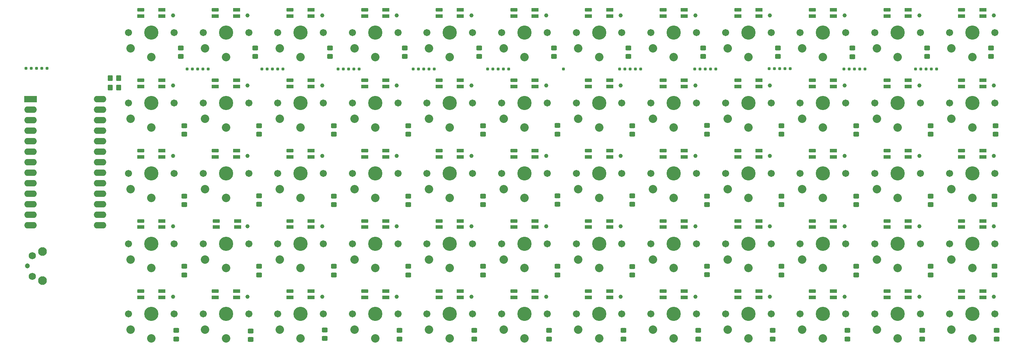
<source format=gbr>
%TF.GenerationSoftware,KiCad,Pcbnew,(6.0.1)*%
%TF.CreationDate,2022-01-22T18:41:09-05:00*%
%TF.ProjectId,ortho,6f727468-6f2e-46b6-9963-61645f706362,rev?*%
%TF.SameCoordinates,Original*%
%TF.FileFunction,Soldermask,Bot*%
%TF.FilePolarity,Negative*%
%FSLAX46Y46*%
G04 Gerber Fmt 4.6, Leading zero omitted, Abs format (unit mm)*
G04 Created by KiCad (PCBNEW (6.0.1)) date 2022-01-22 18:41:09*
%MOMM*%
%LPD*%
G01*
G04 APERTURE LIST*
G04 Aperture macros list*
%AMRoundRect*
0 Rectangle with rounded corners*
0 $1 Rounding radius*
0 $2 $3 $4 $5 $6 $7 $8 $9 X,Y pos of 4 corners*
0 Add a 4 corners polygon primitive as box body*
4,1,4,$2,$3,$4,$5,$6,$7,$8,$9,$2,$3,0*
0 Add four circle primitives for the rounded corners*
1,1,$1+$1,$2,$3*
1,1,$1+$1,$4,$5*
1,1,$1+$1,$6,$7*
1,1,$1+$1,$8,$9*
0 Add four rect primitives between the rounded corners*
20,1,$1+$1,$2,$3,$4,$5,0*
20,1,$1+$1,$4,$5,$6,$7,0*
20,1,$1+$1,$6,$7,$8,$9,0*
20,1,$1+$1,$8,$9,$2,$3,0*%
G04 Aperture macros list end*
%ADD10C,0.787400*%
%ADD11C,0.990600*%
%ADD12C,1.701800*%
%ADD13C,3.429000*%
%ADD14C,2.032000*%
%ADD15C,1.200000*%
%ADD16C,2.100000*%
%ADD17C,1.750000*%
%ADD18R,3.048000X1.524000*%
%ADD19O,3.048000X1.524000*%
%ADD20R,1.700000X0.820000*%
%ADD21RoundRect,0.205000X0.645000X0.205000X-0.645000X0.205000X-0.645000X-0.205000X0.645000X-0.205000X0*%
%ADD22RoundRect,0.250000X0.450000X-0.325000X0.450000X0.325000X-0.450000X0.325000X-0.450000X-0.325000X0*%
%ADD23RoundRect,0.250000X0.350000X0.450000X-0.350000X0.450000X-0.350000X-0.450000X0.350000X-0.450000X0*%
G04 APERTURE END LIST*
D10*
%TO.C,REF\u002A\u002A*%
X233580000Y-51246000D03*
X234850000Y-51246000D03*
X234850000Y-51246000D03*
X237390000Y-51246000D03*
X236120000Y-51246000D03*
X232310000Y-51246000D03*
%TD*%
D11*
%TO.C,SW25*%
X53220000Y-72300000D03*
D12*
X42500000Y-76500000D03*
X53500000Y-76500000D03*
D13*
X48000000Y-76500000D03*
D14*
X48000000Y-82400000D03*
X43000000Y-80300000D03*
%TD*%
D12*
%TO.C,SW4*%
X107500000Y-42500000D03*
D13*
X102000000Y-42500000D03*
D11*
X107220000Y-38300000D03*
D12*
X96500000Y-42500000D03*
D14*
X102000000Y-48400000D03*
X97000000Y-46300000D03*
%TD*%
D12*
%TO.C,SW23*%
X233500000Y-59500000D03*
D13*
X228000000Y-59500000D03*
D11*
X233220000Y-55300000D03*
D12*
X222500000Y-59500000D03*
D14*
X228000000Y-65400000D03*
X223000000Y-63300000D03*
%TD*%
D12*
%TO.C,SW41*%
X125500000Y-93500000D03*
D11*
X125220000Y-89300000D03*
D12*
X114500000Y-93500000D03*
D13*
X120000000Y-93500000D03*
D14*
X120000000Y-99400000D03*
X115000000Y-97300000D03*
%TD*%
D11*
%TO.C,SW11*%
X233220000Y-38300000D03*
D12*
X233500000Y-42500000D03*
D13*
X228000000Y-42500000D03*
D12*
X222500000Y-42500000D03*
D14*
X228000000Y-48400000D03*
X223000000Y-46300000D03*
%TD*%
D12*
%TO.C,SW21*%
X186500000Y-59500000D03*
D13*
X192000000Y-59500000D03*
D12*
X197500000Y-59500000D03*
D11*
X197220000Y-55300000D03*
D14*
X192000000Y-65400000D03*
X187000000Y-63300000D03*
%TD*%
D11*
%TO.C,SW56*%
X179220000Y-106300000D03*
D12*
X179500000Y-110500000D03*
X168500000Y-110500000D03*
D13*
X174000000Y-110500000D03*
D14*
X174000000Y-116400000D03*
X169000000Y-114300000D03*
%TD*%
D10*
%TO.C,REF\u002A\u002A*%
X147400000Y-51296000D03*
%TD*%
D11*
%TO.C,SW32*%
X179220000Y-72300000D03*
D12*
X168500000Y-76500000D03*
D13*
X174000000Y-76500000D03*
D12*
X179500000Y-76500000D03*
D14*
X174000000Y-82400000D03*
X169000000Y-80300000D03*
%TD*%
D10*
%TO.C,REF\u002A\u002A*%
X60470000Y-51250000D03*
X59200000Y-51250000D03*
X61740000Y-51250000D03*
X56660000Y-51250000D03*
X57930000Y-51250000D03*
%TD*%
D12*
%TO.C,SW10*%
X215500000Y-42500000D03*
D11*
X215220000Y-38300000D03*
D13*
X210000000Y-42500000D03*
D12*
X204500000Y-42500000D03*
D14*
X210000000Y-48400000D03*
X205000000Y-46300000D03*
%TD*%
D12*
%TO.C,SW51*%
X78500000Y-110500000D03*
D11*
X89220000Y-106300000D03*
D13*
X84000000Y-110500000D03*
D12*
X89500000Y-110500000D03*
D14*
X84000000Y-116400000D03*
X79000000Y-114300000D03*
%TD*%
D10*
%TO.C,REF\u002A\u002A*%
X184160000Y-51250000D03*
X179080000Y-51250000D03*
X182890000Y-51250000D03*
X181620000Y-51250000D03*
X180350000Y-51250000D03*
%TD*%
D12*
%TO.C,SW33*%
X186500000Y-76500000D03*
X197500000Y-76500000D03*
D13*
X192000000Y-76500000D03*
D11*
X197220000Y-72300000D03*
D14*
X192000000Y-82400000D03*
X187000000Y-80300000D03*
%TD*%
D11*
%TO.C,SW59*%
X233220000Y-106300000D03*
D12*
X233500000Y-110500000D03*
X222500000Y-110500000D03*
D13*
X228000000Y-110500000D03*
D14*
X228000000Y-116400000D03*
X223000000Y-114300000D03*
%TD*%
D12*
%TO.C,SW14*%
X60500000Y-59500000D03*
D11*
X71220000Y-55300000D03*
D12*
X71500000Y-59500000D03*
D13*
X66000000Y-59500000D03*
D14*
X66000000Y-65400000D03*
X61000000Y-63300000D03*
%TD*%
D12*
%TO.C,SW44*%
X168500000Y-93500000D03*
D11*
X179220000Y-89300000D03*
D12*
X179500000Y-93500000D03*
D13*
X174000000Y-93500000D03*
D14*
X174000000Y-99400000D03*
X169000000Y-97300000D03*
%TD*%
D12*
%TO.C,SW47*%
X233500000Y-93500000D03*
X222500000Y-93500000D03*
D13*
X228000000Y-93500000D03*
D11*
X233220000Y-89300000D03*
D14*
X228000000Y-99400000D03*
X223000000Y-97300000D03*
%TD*%
D12*
%TO.C,SW42*%
X132500000Y-93500000D03*
X143500000Y-93500000D03*
D13*
X138000000Y-93500000D03*
D11*
X143220000Y-89300000D03*
D14*
X138000000Y-99400000D03*
X133000000Y-97300000D03*
%TD*%
D13*
%TO.C,SW6*%
X138000000Y-42500000D03*
D12*
X132500000Y-42500000D03*
X143500000Y-42500000D03*
D11*
X143220000Y-38300000D03*
D14*
X138000000Y-48400000D03*
X133000000Y-46300000D03*
%TD*%
D12*
%TO.C,SW29*%
X125500000Y-76500000D03*
X114500000Y-76500000D03*
D11*
X125220000Y-72300000D03*
D13*
X120000000Y-76500000D03*
D14*
X120000000Y-82400000D03*
X115000000Y-80300000D03*
%TD*%
D10*
%TO.C,REF\u002A\u002A*%
X215060000Y-51246000D03*
X218870000Y-51246000D03*
X217600000Y-51246000D03*
X216330000Y-51246000D03*
X217600000Y-51246000D03*
X220140000Y-51246000D03*
%TD*%
D11*
%TO.C,SW26*%
X71220000Y-72300000D03*
D13*
X66000000Y-76500000D03*
D12*
X71500000Y-76500000D03*
X60500000Y-76500000D03*
D14*
X66000000Y-82400000D03*
X61000000Y-80300000D03*
%TD*%
D12*
%TO.C,SW9*%
X186500000Y-42500000D03*
X197500000Y-42500000D03*
D13*
X192000000Y-42500000D03*
D11*
X197220000Y-38300000D03*
D14*
X192000000Y-48400000D03*
X187000000Y-46300000D03*
%TD*%
D12*
%TO.C,SW15*%
X78500000Y-59500000D03*
D13*
X84000000Y-59500000D03*
D12*
X89500000Y-59500000D03*
D11*
X89220000Y-55300000D03*
D14*
X84000000Y-65400000D03*
X79000000Y-63300000D03*
%TD*%
D12*
%TO.C,SW30*%
X143500000Y-76500000D03*
D11*
X143220000Y-72300000D03*
D12*
X132500000Y-76500000D03*
D13*
X138000000Y-76500000D03*
D14*
X138000000Y-82400000D03*
X133000000Y-80300000D03*
%TD*%
D13*
%TO.C,SW3*%
X84000000Y-42500000D03*
D12*
X78500000Y-42500000D03*
D11*
X89220000Y-38300000D03*
D12*
X89500000Y-42500000D03*
D14*
X84000000Y-48400000D03*
X79000000Y-46300000D03*
%TD*%
D13*
%TO.C,SW39*%
X84000000Y-93500000D03*
D12*
X78500000Y-93500000D03*
D11*
X89220000Y-89300000D03*
D12*
X89500000Y-93500000D03*
D14*
X84000000Y-99400000D03*
X79000000Y-97300000D03*
%TD*%
D13*
%TO.C,SW22*%
X210000000Y-59500000D03*
D12*
X204500000Y-59500000D03*
D11*
X215220000Y-55300000D03*
D12*
X215500000Y-59500000D03*
D14*
X210000000Y-65400000D03*
X205000000Y-63300000D03*
%TD*%
D11*
%TO.C,SW35*%
X233220000Y-72300000D03*
D13*
X228000000Y-76500000D03*
D12*
X233500000Y-76500000D03*
X222500000Y-76500000D03*
D14*
X228000000Y-82400000D03*
X223000000Y-80300000D03*
%TD*%
D12*
%TO.C,SW19*%
X150500000Y-59500000D03*
D11*
X161220000Y-55300000D03*
D12*
X161500000Y-59500000D03*
D13*
X156000000Y-59500000D03*
D14*
X156000000Y-65400000D03*
X151000000Y-63300000D03*
%TD*%
D10*
%TO.C,REF\u002A\u002A*%
X19090000Y-51100000D03*
X22900000Y-51100000D03*
X20360000Y-51100000D03*
X17820000Y-51100000D03*
X21630000Y-51100000D03*
%TD*%
D12*
%TO.C,SW43*%
X161500000Y-93500000D03*
D11*
X161220000Y-89300000D03*
D13*
X156000000Y-93500000D03*
D12*
X150500000Y-93500000D03*
D14*
X156000000Y-99400000D03*
X151000000Y-97300000D03*
%TD*%
D12*
%TO.C,SW7*%
X161500000Y-42500000D03*
X150500000Y-42500000D03*
D11*
X161220000Y-38300000D03*
D13*
X156000000Y-42500000D03*
D14*
X156000000Y-48400000D03*
X151000000Y-46300000D03*
%TD*%
D12*
%TO.C,SW13*%
X42500000Y-59500000D03*
D13*
X48000000Y-59500000D03*
D11*
X53220000Y-55300000D03*
D12*
X53500000Y-59500000D03*
D14*
X48000000Y-65400000D03*
X43000000Y-63300000D03*
%TD*%
D13*
%TO.C,SW37*%
X48000000Y-93500000D03*
D12*
X53500000Y-93500000D03*
D11*
X53220000Y-89300000D03*
D12*
X42500000Y-93500000D03*
D14*
X48000000Y-99400000D03*
X43000000Y-97300000D03*
%TD*%
D12*
%TO.C,SW57*%
X197500000Y-110500000D03*
X186500000Y-110500000D03*
D11*
X197220000Y-106300000D03*
D13*
X192000000Y-110500000D03*
D14*
X192000000Y-116400000D03*
X187000000Y-114300000D03*
%TD*%
D10*
%TO.C,REF\u002A\u002A*%
X199600000Y-51200000D03*
X197060000Y-51200000D03*
X198330000Y-51200000D03*
X200870000Y-51200000D03*
X199600000Y-51200000D03*
X202140000Y-51200000D03*
%TD*%
%TO.C,REF\u002A\u002A*%
X111180000Y-51244850D03*
X112450000Y-51244850D03*
X114990000Y-51244850D03*
X116260000Y-51244850D03*
X113720000Y-51244850D03*
%TD*%
D12*
%TO.C,SW55*%
X150500000Y-110500000D03*
D11*
X161220000Y-106300000D03*
D13*
X156000000Y-110500000D03*
D12*
X161500000Y-110500000D03*
D14*
X156000000Y-116400000D03*
X151000000Y-114300000D03*
%TD*%
D12*
%TO.C,SW40*%
X107500000Y-93500000D03*
X96500000Y-93500000D03*
D11*
X107220000Y-89300000D03*
D13*
X102000000Y-93500000D03*
D14*
X102000000Y-99400000D03*
X97000000Y-97300000D03*
%TD*%
D10*
%TO.C,REF\u002A\u002A*%
X79790000Y-51244850D03*
X78520000Y-51244850D03*
X77250000Y-51244850D03*
X75980000Y-51244850D03*
X74710000Y-51244850D03*
%TD*%
D12*
%TO.C,SW5*%
X114500000Y-42500000D03*
D13*
X120000000Y-42500000D03*
D11*
X125220000Y-38300000D03*
D12*
X125500000Y-42500000D03*
D14*
X120000000Y-48400000D03*
X115000000Y-46300000D03*
%TD*%
D13*
%TO.C,SW18*%
X138000000Y-59500000D03*
D11*
X143220000Y-55300000D03*
D12*
X132500000Y-59500000D03*
X143500000Y-59500000D03*
D14*
X138000000Y-65400000D03*
X133000000Y-63300000D03*
%TD*%
D12*
%TO.C,SW28*%
X96500000Y-76500000D03*
X107500000Y-76500000D03*
D13*
X102000000Y-76500000D03*
D11*
X107220000Y-72300000D03*
D14*
X102000000Y-82400000D03*
X97000000Y-80300000D03*
%TD*%
D10*
%TO.C,REF\u002A\u002A*%
X164790000Y-51250000D03*
X163520000Y-51250000D03*
X166060000Y-51250000D03*
X160980000Y-51250000D03*
X162250000Y-51250000D03*
%TD*%
D13*
%TO.C,SW54*%
X138000000Y-110500000D03*
D11*
X143220000Y-106300000D03*
D12*
X132500000Y-110500000D03*
X143500000Y-110500000D03*
D14*
X138000000Y-116400000D03*
X133000000Y-114300000D03*
%TD*%
D13*
%TO.C,SW34*%
X210000000Y-76500000D03*
D12*
X204500000Y-76500000D03*
X215500000Y-76500000D03*
D11*
X215220000Y-72300000D03*
D14*
X210000000Y-82400000D03*
X205000000Y-80300000D03*
%TD*%
D12*
%TO.C,SW46*%
X215500000Y-93500000D03*
D11*
X215220000Y-89300000D03*
D13*
X210000000Y-93500000D03*
D12*
X204500000Y-93500000D03*
D14*
X210000000Y-99400000D03*
X205000000Y-97300000D03*
%TD*%
D12*
%TO.C,SW8*%
X179500000Y-42500000D03*
D11*
X179220000Y-38300000D03*
D13*
X174000000Y-42500000D03*
D12*
X168500000Y-42500000D03*
D14*
X174000000Y-48400000D03*
X169000000Y-46300000D03*
%TD*%
D10*
%TO.C,REF\u002A\u002A*%
X96870000Y-51250000D03*
X94330000Y-51250000D03*
X98140000Y-51250000D03*
X95600000Y-51250000D03*
X93060000Y-51250000D03*
%TD*%
D13*
%TO.C,SW2*%
X66000000Y-42500000D03*
D12*
X60500000Y-42500000D03*
D11*
X71220000Y-38300000D03*
D12*
X71500000Y-42500000D03*
D14*
X66000000Y-48400000D03*
X61000000Y-46300000D03*
%TD*%
D12*
%TO.C,SW20*%
X179500000Y-59500000D03*
X168500000Y-59500000D03*
D11*
X179220000Y-55300000D03*
D13*
X174000000Y-59500000D03*
D14*
X174000000Y-65400000D03*
X169000000Y-63300000D03*
%TD*%
D12*
%TO.C,SW1*%
X53500000Y-42500000D03*
X42500000Y-42500000D03*
D11*
X53220000Y-38300000D03*
D13*
X48000000Y-42500000D03*
D14*
X48000000Y-48400000D03*
X43000000Y-46300000D03*
%TD*%
D12*
%TO.C,SW36*%
X240500000Y-76500000D03*
D11*
X251220000Y-72300000D03*
D12*
X251500000Y-76500000D03*
D13*
X246000000Y-76500000D03*
D14*
X246000000Y-82400000D03*
X241000000Y-80300000D03*
%TD*%
D12*
%TO.C,SW27*%
X89500000Y-76500000D03*
D13*
X84000000Y-76500000D03*
D11*
X89220000Y-72300000D03*
D12*
X78500000Y-76500000D03*
D14*
X84000000Y-82400000D03*
X79000000Y-80300000D03*
%TD*%
D13*
%TO.C,SW48*%
X246000000Y-93500000D03*
D12*
X251500000Y-93500000D03*
D11*
X251220000Y-89300000D03*
D12*
X240500000Y-93500000D03*
D14*
X246000000Y-99400000D03*
X241000000Y-97300000D03*
%TD*%
D11*
%TO.C,SW24*%
X251220000Y-55300000D03*
D12*
X251500000Y-59500000D03*
X240500000Y-59500000D03*
D13*
X246000000Y-59500000D03*
D14*
X246000000Y-65400000D03*
X241000000Y-63300000D03*
%TD*%
D11*
%TO.C,SW60*%
X251220000Y-106300000D03*
D12*
X240500000Y-110500000D03*
D13*
X246000000Y-110500000D03*
D12*
X251500000Y-110500000D03*
D14*
X246000000Y-116400000D03*
X241000000Y-114300000D03*
%TD*%
D11*
%TO.C,SW12*%
X251220000Y-38300000D03*
D13*
X246000000Y-42500000D03*
D12*
X240500000Y-42500000D03*
X251500000Y-42500000D03*
D14*
X246000000Y-48400000D03*
X241000000Y-46300000D03*
%TD*%
D15*
%TO.C,RST1*%
X18090000Y-98900000D03*
D16*
X21790000Y-102400000D03*
X21790000Y-95390000D03*
D17*
X19300000Y-101400000D03*
X19300000Y-96400000D03*
%TD*%
D12*
%TO.C,SW45*%
X197500000Y-93500000D03*
D13*
X192000000Y-93500000D03*
D12*
X186500000Y-93500000D03*
D11*
X197220000Y-89300000D03*
D14*
X192000000Y-99400000D03*
X187000000Y-97300000D03*
%TD*%
D12*
%TO.C,SW38*%
X71500000Y-93500000D03*
D11*
X71220000Y-89300000D03*
D13*
X66000000Y-93500000D03*
D12*
X60500000Y-93500000D03*
D14*
X66000000Y-99400000D03*
X61000000Y-97300000D03*
%TD*%
D13*
%TO.C,SW16*%
X102000000Y-59500000D03*
D12*
X107500000Y-59500000D03*
D11*
X107220000Y-55300000D03*
D12*
X96500000Y-59500000D03*
D14*
X102000000Y-65400000D03*
X97000000Y-63300000D03*
%TD*%
D12*
%TO.C,SW17*%
X114500000Y-59500000D03*
X125500000Y-59500000D03*
D11*
X125220000Y-55300000D03*
D13*
X120000000Y-59500000D03*
D14*
X120000000Y-65400000D03*
X115000000Y-63300000D03*
%TD*%
D13*
%TO.C,SW52*%
X102000000Y-110500000D03*
D11*
X107220000Y-106300000D03*
D12*
X96500000Y-110500000D03*
X107500000Y-110500000D03*
D14*
X102000000Y-116400000D03*
X97000000Y-114300000D03*
%TD*%
D10*
%TO.C,REF\u002A\u002A*%
X134190000Y-51250000D03*
X129110000Y-51250000D03*
X130380000Y-51250000D03*
X132920000Y-51250000D03*
X131650000Y-51250000D03*
%TD*%
D12*
%TO.C,SW53*%
X125500000Y-110500000D03*
D11*
X125220000Y-106300000D03*
D13*
X120000000Y-110500000D03*
D12*
X114500000Y-110500000D03*
D14*
X120000000Y-116400000D03*
X115000000Y-114300000D03*
%TD*%
D12*
%TO.C,SW58*%
X215500000Y-110500000D03*
D13*
X210000000Y-110500000D03*
D12*
X204500000Y-110500000D03*
D11*
X215220000Y-106300000D03*
D14*
X210000000Y-116400000D03*
X205000000Y-114300000D03*
%TD*%
D12*
%TO.C,SW49*%
X42500000Y-110500000D03*
D11*
X53220000Y-106300000D03*
D13*
X48000000Y-110500000D03*
D12*
X53500000Y-110500000D03*
D14*
X48000000Y-116400000D03*
X43000000Y-114300000D03*
%TD*%
D12*
%TO.C,SW31*%
X161500000Y-76500000D03*
X150500000Y-76500000D03*
D11*
X161220000Y-72300000D03*
D13*
X156000000Y-76500000D03*
D14*
X156000000Y-82400000D03*
X151000000Y-80300000D03*
%TD*%
D12*
%TO.C,SW50*%
X71500000Y-110500000D03*
D11*
X71220000Y-106300000D03*
D12*
X60500000Y-110500000D03*
D13*
X66000000Y-110500000D03*
D14*
X66000000Y-116400000D03*
X61000000Y-114300000D03*
%TD*%
D18*
%TO.C,U1*%
X18918000Y-58560000D03*
D19*
X18918000Y-61100000D03*
X18918000Y-63640000D03*
X18918000Y-66180000D03*
X18918000Y-68720000D03*
X18918000Y-71260000D03*
X18918000Y-73800000D03*
X18918000Y-76340000D03*
X18918000Y-78880000D03*
X18918000Y-81420000D03*
X18918000Y-83960000D03*
X18918000Y-86500000D03*
X18918000Y-89040000D03*
X35682000Y-89040000D03*
X35682000Y-86500000D03*
X35682000Y-83960000D03*
X35682000Y-81420000D03*
X35682000Y-78880000D03*
X35682000Y-76340000D03*
X35682000Y-73800000D03*
X35682000Y-71260000D03*
X35682000Y-68720000D03*
X35682000Y-66180000D03*
X35682000Y-63640000D03*
X35682000Y-61100000D03*
X35682000Y-58560000D03*
%TD*%
D20*
%TO.C,D83*%
X230550000Y-55500000D03*
X230550000Y-54000000D03*
D21*
X225450000Y-54000000D03*
D20*
X225450000Y-55500000D03*
%TD*%
D22*
%TO.C,D53*%
X125900000Y-116525000D03*
X125900000Y-114475000D03*
%TD*%
%TO.C,D38*%
X74000000Y-101025000D03*
X74000000Y-98975000D03*
%TD*%
D20*
%TO.C,D85*%
X50550000Y-72500000D03*
X50550000Y-71000000D03*
D21*
X45450000Y-71000000D03*
D20*
X45450000Y-72500000D03*
%TD*%
%TO.C,D108*%
X248550000Y-89500000D03*
X248550000Y-88000000D03*
D21*
X243450000Y-88000000D03*
D20*
X243450000Y-89500000D03*
%TD*%
%TO.C,D84*%
X248550000Y-55500000D03*
X248550000Y-54000000D03*
D21*
X243450000Y-54000000D03*
D20*
X243450000Y-55500000D03*
%TD*%
D22*
%TO.C,D46*%
X218000000Y-101025000D03*
X218000000Y-98975000D03*
%TD*%
D20*
%TO.C,D106*%
X212550000Y-89500000D03*
X212550000Y-88000000D03*
D21*
X207450000Y-88000000D03*
D20*
X207450000Y-89500000D03*
%TD*%
D22*
%TO.C,D9*%
X199100000Y-48260000D03*
X199100000Y-46210000D03*
%TD*%
D20*
%TO.C,D89*%
X122550000Y-72500000D03*
X122550000Y-71000000D03*
D21*
X117450000Y-71000000D03*
D20*
X117450000Y-72500000D03*
%TD*%
D22*
%TO.C,D6*%
X145100000Y-48260000D03*
X145100000Y-46210000D03*
%TD*%
D20*
%TO.C,D64*%
X104550000Y-38500000D03*
X104550000Y-37000000D03*
D21*
X99450000Y-37000000D03*
D20*
X99450000Y-38500000D03*
%TD*%
D22*
%TO.C,D23*%
X236000000Y-67025000D03*
X236000000Y-64975000D03*
%TD*%
D20*
%TO.C,D93*%
X194550000Y-72500000D03*
X194550000Y-71000000D03*
D21*
X189450000Y-71000000D03*
D20*
X189450000Y-72500000D03*
%TD*%
D22*
%TO.C,D15*%
X92000000Y-67025000D03*
X92000000Y-64975000D03*
%TD*%
%TO.C,D40*%
X110000000Y-101025000D03*
X110000000Y-98975000D03*
%TD*%
%TO.C,D43*%
X164000000Y-101050000D03*
X164000000Y-99000000D03*
%TD*%
%TO.C,D30*%
X146000000Y-84000000D03*
X146000000Y-81950000D03*
%TD*%
%TO.C,D29*%
X128000000Y-84025000D03*
X128000000Y-81975000D03*
%TD*%
D20*
%TO.C,D96*%
X248550000Y-72500000D03*
X248550000Y-71000000D03*
D21*
X243450000Y-71000000D03*
D20*
X243450000Y-72500000D03*
%TD*%
D22*
%TO.C,D54*%
X143900000Y-116525000D03*
X143900000Y-114475000D03*
%TD*%
D20*
%TO.C,D105*%
X194550000Y-89500000D03*
X194550000Y-88000000D03*
D21*
X189450000Y-88000000D03*
D20*
X189450000Y-89500000D03*
%TD*%
D22*
%TO.C,D52*%
X107900000Y-116525000D03*
X107900000Y-114475000D03*
%TD*%
D23*
%TO.C,R2*%
X40100000Y-53500000D03*
X38100000Y-53500000D03*
%TD*%
D20*
%TO.C,D101*%
X122550000Y-89500000D03*
X122550000Y-88000000D03*
D21*
X117450000Y-88000000D03*
D20*
X117450000Y-89500000D03*
%TD*%
D22*
%TO.C,D48*%
X251400000Y-101025000D03*
X251400000Y-98975000D03*
%TD*%
%TO.C,D47*%
X236000000Y-101025000D03*
X236000000Y-98975000D03*
%TD*%
%TO.C,D49*%
X54000000Y-116525000D03*
X54000000Y-114475000D03*
%TD*%
%TO.C,D13*%
X56000000Y-67025000D03*
X56000000Y-64975000D03*
%TD*%
D20*
%TO.C,D102*%
X140550000Y-89500000D03*
X140550000Y-88000000D03*
D21*
X135450000Y-88000000D03*
D20*
X135450000Y-89500000D03*
%TD*%
%TO.C,D63*%
X86550000Y-38500000D03*
X86550000Y-37000000D03*
D21*
X81450000Y-37000000D03*
D20*
X81450000Y-38500000D03*
%TD*%
D22*
%TO.C,D31*%
X164000000Y-84000000D03*
X164000000Y-81950000D03*
%TD*%
%TO.C,D56*%
X179900000Y-116525000D03*
X179900000Y-114475000D03*
%TD*%
D20*
%TO.C,D118*%
X212550000Y-106500000D03*
X212550000Y-105000000D03*
D21*
X207450000Y-105000000D03*
D20*
X207450000Y-106500000D03*
%TD*%
%TO.C,D120*%
X248550000Y-106500000D03*
X248550000Y-105000000D03*
D21*
X243450000Y-105000000D03*
D20*
X243450000Y-106500000D03*
%TD*%
D22*
%TO.C,D1*%
X55100000Y-48260000D03*
X55100000Y-46210000D03*
%TD*%
D20*
%TO.C,D119*%
X230550000Y-106500000D03*
X230550000Y-105000000D03*
D21*
X225450000Y-105000000D03*
D20*
X225450000Y-106500000D03*
%TD*%
%TO.C,D71*%
X230550000Y-38500000D03*
X230550000Y-37000000D03*
D21*
X225450000Y-37000000D03*
D20*
X225450000Y-38500000D03*
%TD*%
%TO.C,D92*%
X176550000Y-72500000D03*
X176550000Y-71000000D03*
D21*
X171450000Y-71000000D03*
D20*
X171450000Y-72500000D03*
%TD*%
D22*
%TO.C,D42*%
X146000000Y-101025000D03*
X146000000Y-98975000D03*
%TD*%
D20*
%TO.C,D76*%
X104550000Y-55500000D03*
X104550000Y-54000000D03*
D21*
X99450000Y-54000000D03*
D20*
X99450000Y-55500000D03*
%TD*%
%TO.C,D67*%
X158550000Y-38500000D03*
X158550000Y-37000000D03*
D21*
X153450000Y-37000000D03*
D20*
X153450000Y-38500000D03*
%TD*%
%TO.C,D74*%
X68550000Y-55500000D03*
X68550000Y-54000000D03*
D21*
X63450000Y-54000000D03*
D20*
X63450000Y-55500000D03*
%TD*%
%TO.C,D62*%
X68550000Y-38500000D03*
X68550000Y-37000000D03*
D21*
X63450000Y-37000000D03*
D20*
X63450000Y-38500000D03*
%TD*%
%TO.C,D87*%
X86550000Y-72500000D03*
X86550000Y-71000000D03*
D21*
X81450000Y-71000000D03*
D20*
X81450000Y-72500000D03*
%TD*%
%TO.C,D112*%
X104550000Y-106500000D03*
X104550000Y-105000000D03*
D21*
X99450000Y-105000000D03*
D20*
X99450000Y-106500000D03*
%TD*%
%TO.C,D109*%
X50550000Y-106500000D03*
X50550000Y-105000000D03*
D21*
X45450000Y-105000000D03*
D20*
X45450000Y-106500000D03*
%TD*%
D22*
%TO.C,D7*%
X163100000Y-48260000D03*
X163100000Y-46210000D03*
%TD*%
D20*
%TO.C,D88*%
X104550000Y-72500000D03*
X104550000Y-71000000D03*
D21*
X99450000Y-71000000D03*
D20*
X99450000Y-72500000D03*
%TD*%
%TO.C,D90*%
X140550000Y-72500000D03*
X140550000Y-71000000D03*
D21*
X135450000Y-71000000D03*
D20*
X135450000Y-72500000D03*
%TD*%
%TO.C,D111*%
X86550000Y-106500000D03*
X86550000Y-105000000D03*
D21*
X81450000Y-105000000D03*
D20*
X81450000Y-106500000D03*
%TD*%
D22*
%TO.C,D3*%
X91100000Y-48260000D03*
X91100000Y-46210000D03*
%TD*%
D20*
%TO.C,D66*%
X140550000Y-38500000D03*
X140550000Y-37000000D03*
D21*
X135450000Y-37000000D03*
D20*
X135450000Y-38500000D03*
%TD*%
D22*
%TO.C,D11*%
X235100000Y-48260000D03*
X235100000Y-46210000D03*
%TD*%
D20*
%TO.C,D116*%
X176550000Y-106500000D03*
X176550000Y-105000000D03*
D21*
X171450000Y-105000000D03*
D20*
X171450000Y-106500000D03*
%TD*%
D22*
%TO.C,D32*%
X182000000Y-84025000D03*
X182000000Y-81975000D03*
%TD*%
%TO.C,D25*%
X56000000Y-84025000D03*
X56000000Y-81975000D03*
%TD*%
%TO.C,D50*%
X72000000Y-116625000D03*
X72000000Y-114575000D03*
%TD*%
D20*
%TO.C,D115*%
X158550000Y-106500000D03*
X158550000Y-105000000D03*
D21*
X153450000Y-105000000D03*
D20*
X153450000Y-106500000D03*
%TD*%
D22*
%TO.C,D27*%
X92000000Y-84025000D03*
X92000000Y-81975000D03*
%TD*%
D20*
%TO.C,D86*%
X68550000Y-72500000D03*
X68550000Y-71000000D03*
D21*
X63450000Y-71000000D03*
D20*
X63450000Y-72500000D03*
%TD*%
D22*
%TO.C,D16*%
X110000000Y-67025000D03*
X110000000Y-64975000D03*
%TD*%
D20*
%TO.C,D68*%
X176550000Y-38500000D03*
X176550000Y-37000000D03*
D21*
X171450000Y-37000000D03*
D20*
X171450000Y-38500000D03*
%TD*%
%TO.C,D103*%
X158550000Y-89500000D03*
X158550000Y-88000000D03*
D21*
X153450000Y-88000000D03*
D20*
X153450000Y-89500000D03*
%TD*%
%TO.C,D78*%
X140550000Y-55500000D03*
X140550000Y-54000000D03*
D21*
X135450000Y-54000000D03*
D20*
X135450000Y-55500000D03*
%TD*%
D23*
%TO.C,R1*%
X40100000Y-55800000D03*
X38100000Y-55800000D03*
%TD*%
D20*
%TO.C,D69*%
X194550000Y-38500000D03*
X194550000Y-37000000D03*
D21*
X189450000Y-37000000D03*
D20*
X189450000Y-38500000D03*
%TD*%
D22*
%TO.C,D24*%
X251600000Y-67025000D03*
X251600000Y-64975000D03*
%TD*%
%TO.C,D60*%
X251900000Y-116525000D03*
X251900000Y-114475000D03*
%TD*%
D20*
%TO.C,D94*%
X212550000Y-72500000D03*
X212550000Y-71000000D03*
D21*
X207450000Y-71000000D03*
D20*
X207450000Y-72500000D03*
%TD*%
%TO.C,D82*%
X212550000Y-55500000D03*
X212550000Y-54000000D03*
D21*
X207450000Y-54000000D03*
D20*
X207450000Y-55500000D03*
%TD*%
D22*
%TO.C,D2*%
X73100000Y-48260000D03*
X73100000Y-46210000D03*
%TD*%
%TO.C,D22*%
X218000000Y-67050000D03*
X218000000Y-65000000D03*
%TD*%
D20*
%TO.C,D72*%
X248550000Y-38500000D03*
X248550000Y-37000000D03*
D21*
X243450000Y-37000000D03*
D20*
X243450000Y-38500000D03*
%TD*%
D22*
%TO.C,D5*%
X127100000Y-48260000D03*
X127100000Y-46210000D03*
%TD*%
%TO.C,D57*%
X197900000Y-116525000D03*
X197900000Y-114475000D03*
%TD*%
%TO.C,D44*%
X182000000Y-101000000D03*
X182000000Y-98950000D03*
%TD*%
%TO.C,D41*%
X128000000Y-101025000D03*
X128000000Y-98975000D03*
%TD*%
%TO.C,D4*%
X109100000Y-48260000D03*
X109100000Y-46210000D03*
%TD*%
%TO.C,D8*%
X181100000Y-48260000D03*
X181100000Y-46210000D03*
%TD*%
D20*
%TO.C,D100*%
X104550000Y-89500000D03*
X104550000Y-88000000D03*
D21*
X99450000Y-88000000D03*
D20*
X99450000Y-89500000D03*
%TD*%
%TO.C,D97*%
X50550000Y-89500000D03*
X50550000Y-88000000D03*
D21*
X45450000Y-88000000D03*
D20*
X45450000Y-89500000D03*
%TD*%
D22*
%TO.C,D33*%
X200000000Y-84025000D03*
X200000000Y-81975000D03*
%TD*%
D20*
%TO.C,D61*%
X50550000Y-38500000D03*
X50550000Y-37000000D03*
D21*
X45450000Y-37000000D03*
D20*
X45450000Y-38500000D03*
%TD*%
D22*
%TO.C,D55*%
X161900000Y-116525000D03*
X161900000Y-114475000D03*
%TD*%
D20*
%TO.C,D81*%
X194550000Y-55500000D03*
X194550000Y-54000000D03*
D21*
X189450000Y-54000000D03*
D20*
X189450000Y-55500000D03*
%TD*%
D22*
%TO.C,D45*%
X200000000Y-101025000D03*
X200000000Y-98975000D03*
%TD*%
%TO.C,D51*%
X89800000Y-116425000D03*
X89800000Y-114375000D03*
%TD*%
D20*
%TO.C,D110*%
X68550000Y-106500000D03*
X68550000Y-105000000D03*
D21*
X63450000Y-105000000D03*
D20*
X63450000Y-106500000D03*
%TD*%
%TO.C,D65*%
X122550000Y-38500000D03*
X122550000Y-37000000D03*
D21*
X117450000Y-37000000D03*
D20*
X117450000Y-38500000D03*
%TD*%
%TO.C,D73*%
X50550000Y-55500000D03*
X50550000Y-54000000D03*
D21*
X45450000Y-54000000D03*
D20*
X45450000Y-55500000D03*
%TD*%
D22*
%TO.C,D58*%
X215900000Y-116525000D03*
X215900000Y-114475000D03*
%TD*%
D20*
%TO.C,D99*%
X86550000Y-89500000D03*
X86550000Y-88000000D03*
D21*
X81450000Y-88000000D03*
D20*
X81450000Y-89500000D03*
%TD*%
D22*
%TO.C,D21*%
X200000000Y-67050000D03*
X200000000Y-65000000D03*
%TD*%
D20*
%TO.C,D114*%
X140550000Y-106500000D03*
X140550000Y-105000000D03*
D21*
X135450000Y-105000000D03*
D20*
X135450000Y-106500000D03*
%TD*%
D22*
%TO.C,D17*%
X128000000Y-67025000D03*
X128000000Y-64975000D03*
%TD*%
%TO.C,D28*%
X110000000Y-84050000D03*
X110000000Y-82000000D03*
%TD*%
%TO.C,D34*%
X218000000Y-84025000D03*
X218000000Y-81975000D03*
%TD*%
D20*
%TO.C,D117*%
X194550000Y-106500000D03*
X194550000Y-105000000D03*
D21*
X189450000Y-105000000D03*
D20*
X189450000Y-106500000D03*
%TD*%
D22*
%TO.C,D14*%
X74000000Y-67025000D03*
X74000000Y-64975000D03*
%TD*%
%TO.C,D12*%
X250500000Y-48260000D03*
X250500000Y-46210000D03*
%TD*%
D20*
%TO.C,D75*%
X86550000Y-55500000D03*
X86550000Y-54000000D03*
D21*
X81450000Y-54000000D03*
D20*
X81450000Y-55500000D03*
%TD*%
%TO.C,D70*%
X212550000Y-38500000D03*
X212550000Y-37000000D03*
D21*
X207450000Y-37000000D03*
D20*
X207450000Y-38500000D03*
%TD*%
%TO.C,D107*%
X230550000Y-89500000D03*
X230550000Y-88000000D03*
D21*
X225450000Y-88000000D03*
D20*
X225450000Y-89500000D03*
%TD*%
D22*
%TO.C,D20*%
X182000000Y-67000000D03*
X182000000Y-64950000D03*
%TD*%
%TO.C,D37*%
X56000000Y-101025000D03*
X56000000Y-98975000D03*
%TD*%
D20*
%TO.C,D77*%
X122550000Y-55500000D03*
X122550000Y-54000000D03*
D21*
X117450000Y-54000000D03*
D20*
X117450000Y-55500000D03*
%TD*%
%TO.C,D113*%
X122550000Y-106500000D03*
X122550000Y-105000000D03*
D21*
X117450000Y-105000000D03*
D20*
X117450000Y-106500000D03*
%TD*%
D22*
%TO.C,D19*%
X164000000Y-67025000D03*
X164000000Y-64975000D03*
%TD*%
%TO.C,D59*%
X233900000Y-116525000D03*
X233900000Y-114475000D03*
%TD*%
%TO.C,D18*%
X146000000Y-67000000D03*
X146000000Y-64950000D03*
%TD*%
D20*
%TO.C,D80*%
X176550000Y-55500000D03*
X176550000Y-54000000D03*
D21*
X171450000Y-54000000D03*
D20*
X171450000Y-55500000D03*
%TD*%
%TO.C,D95*%
X230550000Y-72500000D03*
X230550000Y-71000000D03*
D21*
X225450000Y-71000000D03*
D20*
X225450000Y-72500000D03*
%TD*%
D22*
%TO.C,D35*%
X236000000Y-84025000D03*
X236000000Y-81975000D03*
%TD*%
D20*
%TO.C,D79*%
X158550000Y-55500000D03*
X158550000Y-54000000D03*
D21*
X153450000Y-54000000D03*
D20*
X153450000Y-55500000D03*
%TD*%
D22*
%TO.C,D39*%
X92000000Y-101025000D03*
X92000000Y-98975000D03*
%TD*%
%TO.C,D36*%
X251400000Y-84025000D03*
X251400000Y-81975000D03*
%TD*%
%TO.C,D10*%
X217100000Y-48285000D03*
X217100000Y-46235000D03*
%TD*%
D20*
%TO.C,D104*%
X176550000Y-89500000D03*
X176550000Y-88000000D03*
D21*
X171450000Y-88000000D03*
D20*
X171450000Y-89500000D03*
%TD*%
D22*
%TO.C,D26*%
X74000000Y-84000000D03*
X74000000Y-81950000D03*
%TD*%
D20*
%TO.C,D98*%
X68800000Y-89500000D03*
X68800000Y-88000000D03*
D21*
X63700000Y-88000000D03*
D20*
X63700000Y-89500000D03*
%TD*%
%TO.C,D91*%
X158550000Y-72500000D03*
X158550000Y-71000000D03*
D21*
X153450000Y-71000000D03*
D20*
X153450000Y-72500000D03*
%TD*%
M02*

</source>
